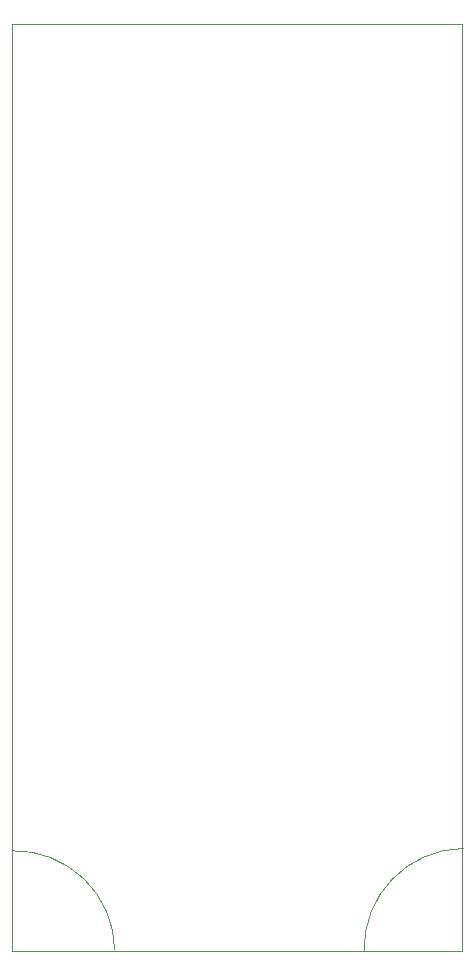
<source format=gbr>
%TF.GenerationSoftware,KiCad,Pcbnew,(6.0.6)*%
%TF.CreationDate,2022-07-18T11:09:20-04:00*%
%TF.ProjectId,picoprobe,7069636f-7072-46f6-9265-2e6b69636164,rev?*%
%TF.SameCoordinates,Original*%
%TF.FileFunction,Profile,NP*%
%FSLAX46Y46*%
G04 Gerber Fmt 4.6, Leading zero omitted, Abs format (unit mm)*
G04 Created by KiCad (PCBNEW (6.0.6)) date 2022-07-18 11:09:20*
%MOMM*%
%LPD*%
G01*
G04 APERTURE LIST*
%TA.AperFunction,Profile*%
%ADD10C,0.100000*%
%TD*%
G04 APERTURE END LIST*
D10*
X174017189Y-107303296D02*
G75*
G03*
X165617211Y-116005059I100021J-8501764D01*
G01*
X144499942Y-115900001D02*
G75*
G03*
X135798236Y-107500022I-8501742J-99999D01*
G01*
X135800000Y-37500000D02*
X173900000Y-37500000D01*
X173900000Y-37500000D02*
X173900000Y-116000000D01*
X173900000Y-116000000D02*
X135800000Y-116000000D01*
X135800000Y-116000000D02*
X135800000Y-37500000D01*
M02*

</source>
